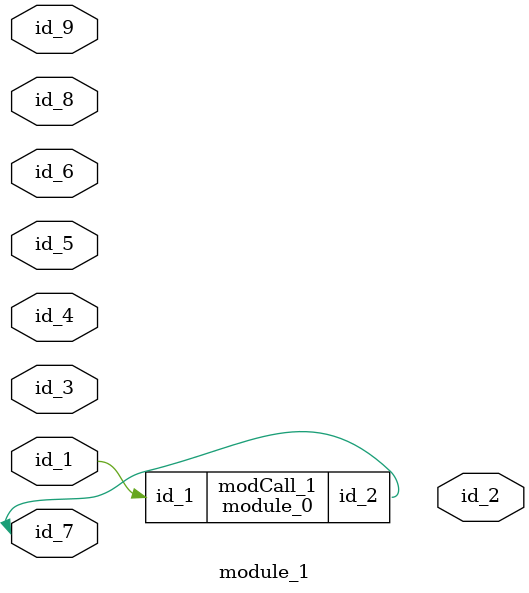
<source format=v>
module module_0 (
    id_1,
    id_2
);
  output wire id_2;
  input wire id_1;
  wire id_3;
  wire id_4;
endmodule
module module_1 (
    id_1,
    id_2,
    id_3,
    id_4,
    id_5,
    id_6,
    id_7,
    id_8,
    id_9
);
  inout wire id_9;
  input wire id_8;
  inout wire id_7;
  inout wire id_6;
  input wire id_5;
  input wire id_4;
  inout wire id_3;
  output wire id_2;
  inout wire id_1;
  wire id_10;
  wire id_11;
  module_0 modCall_1 (
      id_1,
      id_7
  );
endmodule

</source>
